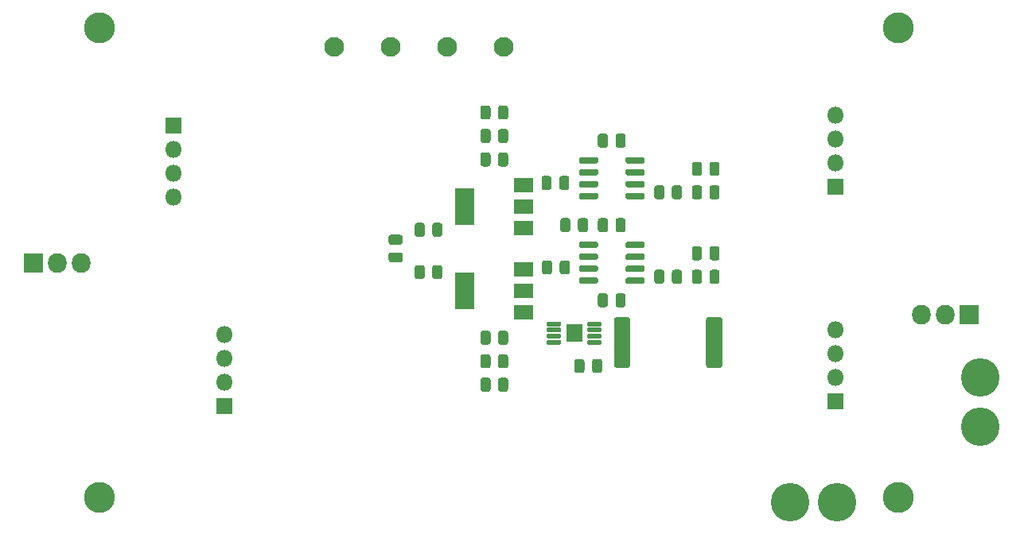
<source format=gbr>
%TF.GenerationSoftware,KiCad,Pcbnew,(5.1.6)-1*%
%TF.CreationDate,2020-11-02T11:11:50+01:00*%
%TF.ProjectId,ltz10v,6c747a31-3076-42e6-9b69-6361645f7063,rev?*%
%TF.SameCoordinates,Original*%
%TF.FileFunction,Soldermask,Bot*%
%TF.FilePolarity,Negative*%
%FSLAX46Y46*%
G04 Gerber Fmt 4.6, Leading zero omitted, Abs format (unit mm)*
G04 Created by KiCad (PCBNEW (5.1.6)-1) date 2020-11-02 11:11:50*
%MOMM*%
%LPD*%
G01*
G04 APERTURE LIST*
%ADD10C,2.098980*%
%ADD11R,1.780000X1.980000*%
%ADD12R,2.100000X1.600000*%
%ADD13R,2.100000X3.900000*%
%ADD14C,4.100500*%
%ADD15C,3.300000*%
%ADD16R,1.800000X1.800000*%
%ADD17O,1.800000X1.800000*%
%ADD18O,2.005000X2.100000*%
%ADD19R,2.005000X2.100000*%
G04 APERTURE END LIST*
%TO.C,R940*%
G36*
G01*
X176025000Y-101434849D02*
X176025000Y-96565151D01*
G75*
G02*
X176290151Y-96300000I265151J0D01*
G01*
X177509849Y-96300000D01*
G75*
G02*
X177775000Y-96565151I0J-265151D01*
G01*
X177775000Y-101434849D01*
G75*
G02*
X177509849Y-101700000I-265151J0D01*
G01*
X176290151Y-101700000D01*
G75*
G02*
X176025000Y-101434849I0J265151D01*
G01*
G37*
G36*
G01*
X166225000Y-101434849D02*
X166225000Y-96565151D01*
G75*
G02*
X166490151Y-96300000I265151J0D01*
G01*
X167709849Y-96300000D01*
G75*
G02*
X167975000Y-96565151I0J-265151D01*
G01*
X167975000Y-101434849D01*
G75*
G02*
X167709849Y-101700000I-265151J0D01*
G01*
X166490151Y-101700000D01*
G75*
G02*
X166225000Y-101434849I0J265151D01*
G01*
G37*
%TD*%
%TO.C,R942*%
G36*
G01*
X172400000Y-92481250D02*
X172400000Y-91518750D01*
G75*
G02*
X172668750Y-91250000I268750J0D01*
G01*
X173206250Y-91250000D01*
G75*
G02*
X173475000Y-91518750I0J-268750D01*
G01*
X173475000Y-92481250D01*
G75*
G02*
X173206250Y-92750000I-268750J0D01*
G01*
X172668750Y-92750000D01*
G75*
G02*
X172400000Y-92481250I0J268750D01*
G01*
G37*
G36*
G01*
X170525000Y-92481250D02*
X170525000Y-91518750D01*
G75*
G02*
X170793750Y-91250000I268750J0D01*
G01*
X171331250Y-91250000D01*
G75*
G02*
X171600000Y-91518750I0J-268750D01*
G01*
X171600000Y-92481250D01*
G75*
G02*
X171331250Y-92750000I-268750J0D01*
G01*
X170793750Y-92750000D01*
G75*
G02*
X170525000Y-92481250I0J268750D01*
G01*
G37*
%TD*%
%TO.C,R941*%
G36*
G01*
X176400000Y-92481250D02*
X176400000Y-91518750D01*
G75*
G02*
X176668750Y-91250000I268750J0D01*
G01*
X177206250Y-91250000D01*
G75*
G02*
X177475000Y-91518750I0J-268750D01*
G01*
X177475000Y-92481250D01*
G75*
G02*
X177206250Y-92750000I-268750J0D01*
G01*
X176668750Y-92750000D01*
G75*
G02*
X176400000Y-92481250I0J268750D01*
G01*
G37*
G36*
G01*
X174525000Y-92481250D02*
X174525000Y-91518750D01*
G75*
G02*
X174793750Y-91250000I268750J0D01*
G01*
X175331250Y-91250000D01*
G75*
G02*
X175600000Y-91518750I0J-268750D01*
G01*
X175600000Y-92481250D01*
G75*
G02*
X175331250Y-92750000I-268750J0D01*
G01*
X174793750Y-92750000D01*
G75*
G02*
X174525000Y-92481250I0J268750D01*
G01*
G37*
%TD*%
%TO.C,R939*%
G36*
G01*
X143481250Y-88600000D02*
X142518750Y-88600000D01*
G75*
G02*
X142250000Y-88331250I0J268750D01*
G01*
X142250000Y-87793750D01*
G75*
G02*
X142518750Y-87525000I268750J0D01*
G01*
X143481250Y-87525000D01*
G75*
G02*
X143750000Y-87793750I0J-268750D01*
G01*
X143750000Y-88331250D01*
G75*
G02*
X143481250Y-88600000I-268750J0D01*
G01*
G37*
G36*
G01*
X143481250Y-90475000D02*
X142518750Y-90475000D01*
G75*
G02*
X142250000Y-90206250I0J268750D01*
G01*
X142250000Y-89668750D01*
G75*
G02*
X142518750Y-89400000I268750J0D01*
G01*
X143481250Y-89400000D01*
G75*
G02*
X143750000Y-89668750I0J-268750D01*
G01*
X143750000Y-90206250D01*
G75*
G02*
X143481250Y-90475000I-268750J0D01*
G01*
G37*
%TD*%
%TO.C,R938*%
G36*
G01*
X163100000Y-101018750D02*
X163100000Y-101981250D01*
G75*
G02*
X162831250Y-102250000I-268750J0D01*
G01*
X162293750Y-102250000D01*
G75*
G02*
X162025000Y-101981250I0J268750D01*
G01*
X162025000Y-101018750D01*
G75*
G02*
X162293750Y-100750000I268750J0D01*
G01*
X162831250Y-100750000D01*
G75*
G02*
X163100000Y-101018750I0J-268750D01*
G01*
G37*
G36*
G01*
X164975000Y-101018750D02*
X164975000Y-101981250D01*
G75*
G02*
X164706250Y-102250000I-268750J0D01*
G01*
X164168750Y-102250000D01*
G75*
G02*
X163900000Y-101981250I0J268750D01*
G01*
X163900000Y-101018750D01*
G75*
G02*
X164168750Y-100750000I268750J0D01*
G01*
X164706250Y-100750000D01*
G75*
G02*
X164975000Y-101018750I0J-268750D01*
G01*
G37*
%TD*%
D10*
%TO.C,J12*%
X142500000Y-67500000D03*
%TD*%
%TO.C,J11*%
X136500000Y-67500000D03*
%TD*%
%TO.C,J10*%
X148500000Y-67500000D03*
%TD*%
%TO.C,J9*%
X154500000Y-67500000D03*
%TD*%
%TO.C,C33*%
G36*
G01*
X166400000Y-86981250D02*
X166400000Y-86018750D01*
G75*
G02*
X166668750Y-85750000I268750J0D01*
G01*
X167206250Y-85750000D01*
G75*
G02*
X167475000Y-86018750I0J-268750D01*
G01*
X167475000Y-86981250D01*
G75*
G02*
X167206250Y-87250000I-268750J0D01*
G01*
X166668750Y-87250000D01*
G75*
G02*
X166400000Y-86981250I0J268750D01*
G01*
G37*
G36*
G01*
X164525000Y-86981250D02*
X164525000Y-86018750D01*
G75*
G02*
X164793750Y-85750000I268750J0D01*
G01*
X165331250Y-85750000D01*
G75*
G02*
X165600000Y-86018750I0J-268750D01*
G01*
X165600000Y-86981250D01*
G75*
G02*
X165331250Y-87250000I-268750J0D01*
G01*
X164793750Y-87250000D01*
G75*
G02*
X164525000Y-86981250I0J268750D01*
G01*
G37*
%TD*%
%TO.C,C32*%
G36*
G01*
X153100000Y-103018750D02*
X153100000Y-103981250D01*
G75*
G02*
X152831250Y-104250000I-268750J0D01*
G01*
X152293750Y-104250000D01*
G75*
G02*
X152025000Y-103981250I0J268750D01*
G01*
X152025000Y-103018750D01*
G75*
G02*
X152293750Y-102750000I268750J0D01*
G01*
X152831250Y-102750000D01*
G75*
G02*
X153100000Y-103018750I0J-268750D01*
G01*
G37*
G36*
G01*
X154975000Y-103018750D02*
X154975000Y-103981250D01*
G75*
G02*
X154706250Y-104250000I-268750J0D01*
G01*
X154168750Y-104250000D01*
G75*
G02*
X153900000Y-103981250I0J268750D01*
G01*
X153900000Y-103018750D01*
G75*
G02*
X154168750Y-102750000I268750J0D01*
G01*
X154706250Y-102750000D01*
G75*
G02*
X154975000Y-103018750I0J-268750D01*
G01*
G37*
%TD*%
%TO.C,C31*%
G36*
G01*
X153100000Y-100518750D02*
X153100000Y-101481250D01*
G75*
G02*
X152831250Y-101750000I-268750J0D01*
G01*
X152293750Y-101750000D01*
G75*
G02*
X152025000Y-101481250I0J268750D01*
G01*
X152025000Y-100518750D01*
G75*
G02*
X152293750Y-100250000I268750J0D01*
G01*
X152831250Y-100250000D01*
G75*
G02*
X153100000Y-100518750I0J-268750D01*
G01*
G37*
G36*
G01*
X154975000Y-100518750D02*
X154975000Y-101481250D01*
G75*
G02*
X154706250Y-101750000I-268750J0D01*
G01*
X154168750Y-101750000D01*
G75*
G02*
X153900000Y-101481250I0J268750D01*
G01*
X153900000Y-100518750D01*
G75*
G02*
X154168750Y-100250000I268750J0D01*
G01*
X154706250Y-100250000D01*
G75*
G02*
X154975000Y-100518750I0J-268750D01*
G01*
G37*
%TD*%
%TO.C,C30*%
G36*
G01*
X176400000Y-89981250D02*
X176400000Y-89018750D01*
G75*
G02*
X176668750Y-88750000I268750J0D01*
G01*
X177206250Y-88750000D01*
G75*
G02*
X177475000Y-89018750I0J-268750D01*
G01*
X177475000Y-89981250D01*
G75*
G02*
X177206250Y-90250000I-268750J0D01*
G01*
X176668750Y-90250000D01*
G75*
G02*
X176400000Y-89981250I0J268750D01*
G01*
G37*
G36*
G01*
X174525000Y-89981250D02*
X174525000Y-89018750D01*
G75*
G02*
X174793750Y-88750000I268750J0D01*
G01*
X175331250Y-88750000D01*
G75*
G02*
X175600000Y-89018750I0J-268750D01*
G01*
X175600000Y-89981250D01*
G75*
G02*
X175331250Y-90250000I-268750J0D01*
G01*
X174793750Y-90250000D01*
G75*
G02*
X174525000Y-89981250I0J268750D01*
G01*
G37*
%TD*%
%TO.C,C29*%
G36*
G01*
X166400000Y-94981250D02*
X166400000Y-94018750D01*
G75*
G02*
X166668750Y-93750000I268750J0D01*
G01*
X167206250Y-93750000D01*
G75*
G02*
X167475000Y-94018750I0J-268750D01*
G01*
X167475000Y-94981250D01*
G75*
G02*
X167206250Y-95250000I-268750J0D01*
G01*
X166668750Y-95250000D01*
G75*
G02*
X166400000Y-94981250I0J268750D01*
G01*
G37*
G36*
G01*
X164525000Y-94981250D02*
X164525000Y-94018750D01*
G75*
G02*
X164793750Y-93750000I268750J0D01*
G01*
X165331250Y-93750000D01*
G75*
G02*
X165600000Y-94018750I0J-268750D01*
G01*
X165600000Y-94981250D01*
G75*
G02*
X165331250Y-95250000I-268750J0D01*
G01*
X164793750Y-95250000D01*
G75*
G02*
X164525000Y-94981250I0J268750D01*
G01*
G37*
%TD*%
%TO.C,C28*%
G36*
G01*
X162400000Y-86981250D02*
X162400000Y-86018750D01*
G75*
G02*
X162668750Y-85750000I268750J0D01*
G01*
X163206250Y-85750000D01*
G75*
G02*
X163475000Y-86018750I0J-268750D01*
G01*
X163475000Y-86981250D01*
G75*
G02*
X163206250Y-87250000I-268750J0D01*
G01*
X162668750Y-87250000D01*
G75*
G02*
X162400000Y-86981250I0J268750D01*
G01*
G37*
G36*
G01*
X160525000Y-86981250D02*
X160525000Y-86018750D01*
G75*
G02*
X160793750Y-85750000I268750J0D01*
G01*
X161331250Y-85750000D01*
G75*
G02*
X161600000Y-86018750I0J-268750D01*
G01*
X161600000Y-86981250D01*
G75*
G02*
X161331250Y-87250000I-268750J0D01*
G01*
X160793750Y-87250000D01*
G75*
G02*
X160525000Y-86981250I0J268750D01*
G01*
G37*
%TD*%
%TO.C,C27*%
G36*
G01*
X153100000Y-74018750D02*
X153100000Y-74981250D01*
G75*
G02*
X152831250Y-75250000I-268750J0D01*
G01*
X152293750Y-75250000D01*
G75*
G02*
X152025000Y-74981250I0J268750D01*
G01*
X152025000Y-74018750D01*
G75*
G02*
X152293750Y-73750000I268750J0D01*
G01*
X152831250Y-73750000D01*
G75*
G02*
X153100000Y-74018750I0J-268750D01*
G01*
G37*
G36*
G01*
X154975000Y-74018750D02*
X154975000Y-74981250D01*
G75*
G02*
X154706250Y-75250000I-268750J0D01*
G01*
X154168750Y-75250000D01*
G75*
G02*
X153900000Y-74981250I0J268750D01*
G01*
X153900000Y-74018750D01*
G75*
G02*
X154168750Y-73750000I268750J0D01*
G01*
X154706250Y-73750000D01*
G75*
G02*
X154975000Y-74018750I0J-268750D01*
G01*
G37*
%TD*%
%TO.C,C26*%
G36*
G01*
X153100000Y-76518750D02*
X153100000Y-77481250D01*
G75*
G02*
X152831250Y-77750000I-268750J0D01*
G01*
X152293750Y-77750000D01*
G75*
G02*
X152025000Y-77481250I0J268750D01*
G01*
X152025000Y-76518750D01*
G75*
G02*
X152293750Y-76250000I268750J0D01*
G01*
X152831250Y-76250000D01*
G75*
G02*
X153100000Y-76518750I0J-268750D01*
G01*
G37*
G36*
G01*
X154975000Y-76518750D02*
X154975000Y-77481250D01*
G75*
G02*
X154706250Y-77750000I-268750J0D01*
G01*
X154168750Y-77750000D01*
G75*
G02*
X153900000Y-77481250I0J268750D01*
G01*
X153900000Y-76518750D01*
G75*
G02*
X154168750Y-76250000I268750J0D01*
G01*
X154706250Y-76250000D01*
G75*
G02*
X154975000Y-76518750I0J-268750D01*
G01*
G37*
%TD*%
%TO.C,C25*%
G36*
G01*
X166400000Y-77981250D02*
X166400000Y-77018750D01*
G75*
G02*
X166668750Y-76750000I268750J0D01*
G01*
X167206250Y-76750000D01*
G75*
G02*
X167475000Y-77018750I0J-268750D01*
G01*
X167475000Y-77981250D01*
G75*
G02*
X167206250Y-78250000I-268750J0D01*
G01*
X166668750Y-78250000D01*
G75*
G02*
X166400000Y-77981250I0J268750D01*
G01*
G37*
G36*
G01*
X164525000Y-77981250D02*
X164525000Y-77018750D01*
G75*
G02*
X164793750Y-76750000I268750J0D01*
G01*
X165331250Y-76750000D01*
G75*
G02*
X165600000Y-77018750I0J-268750D01*
G01*
X165600000Y-77981250D01*
G75*
G02*
X165331250Y-78250000I-268750J0D01*
G01*
X164793750Y-78250000D01*
G75*
G02*
X164525000Y-77981250I0J268750D01*
G01*
G37*
%TD*%
D11*
%TO.C,RN1*%
X162000000Y-98000000D03*
G36*
G01*
X163375000Y-99100000D02*
X163375000Y-98850000D01*
G75*
G02*
X163500000Y-98725000I125000J0D01*
G01*
X164800000Y-98725000D01*
G75*
G02*
X164925000Y-98850000I0J-125000D01*
G01*
X164925000Y-99100000D01*
G75*
G02*
X164800000Y-99225000I-125000J0D01*
G01*
X163500000Y-99225000D01*
G75*
G02*
X163375000Y-99100000I0J125000D01*
G01*
G37*
G36*
G01*
X163375000Y-98450000D02*
X163375000Y-98200000D01*
G75*
G02*
X163500000Y-98075000I125000J0D01*
G01*
X164800000Y-98075000D01*
G75*
G02*
X164925000Y-98200000I0J-125000D01*
G01*
X164925000Y-98450000D01*
G75*
G02*
X164800000Y-98575000I-125000J0D01*
G01*
X163500000Y-98575000D01*
G75*
G02*
X163375000Y-98450000I0J125000D01*
G01*
G37*
G36*
G01*
X163375000Y-97800000D02*
X163375000Y-97550000D01*
G75*
G02*
X163500000Y-97425000I125000J0D01*
G01*
X164800000Y-97425000D01*
G75*
G02*
X164925000Y-97550000I0J-125000D01*
G01*
X164925000Y-97800000D01*
G75*
G02*
X164800000Y-97925000I-125000J0D01*
G01*
X163500000Y-97925000D01*
G75*
G02*
X163375000Y-97800000I0J125000D01*
G01*
G37*
G36*
G01*
X163375000Y-97150000D02*
X163375000Y-96900000D01*
G75*
G02*
X163500000Y-96775000I125000J0D01*
G01*
X164800000Y-96775000D01*
G75*
G02*
X164925000Y-96900000I0J-125000D01*
G01*
X164925000Y-97150000D01*
G75*
G02*
X164800000Y-97275000I-125000J0D01*
G01*
X163500000Y-97275000D01*
G75*
G02*
X163375000Y-97150000I0J125000D01*
G01*
G37*
G36*
G01*
X159075000Y-97150000D02*
X159075000Y-96900000D01*
G75*
G02*
X159200000Y-96775000I125000J0D01*
G01*
X160500000Y-96775000D01*
G75*
G02*
X160625000Y-96900000I0J-125000D01*
G01*
X160625000Y-97150000D01*
G75*
G02*
X160500000Y-97275000I-125000J0D01*
G01*
X159200000Y-97275000D01*
G75*
G02*
X159075000Y-97150000I0J125000D01*
G01*
G37*
G36*
G01*
X159075000Y-97800000D02*
X159075000Y-97550000D01*
G75*
G02*
X159200000Y-97425000I125000J0D01*
G01*
X160500000Y-97425000D01*
G75*
G02*
X160625000Y-97550000I0J-125000D01*
G01*
X160625000Y-97800000D01*
G75*
G02*
X160500000Y-97925000I-125000J0D01*
G01*
X159200000Y-97925000D01*
G75*
G02*
X159075000Y-97800000I0J125000D01*
G01*
G37*
G36*
G01*
X159075000Y-98450000D02*
X159075000Y-98200000D01*
G75*
G02*
X159200000Y-98075000I125000J0D01*
G01*
X160500000Y-98075000D01*
G75*
G02*
X160625000Y-98200000I0J-125000D01*
G01*
X160625000Y-98450000D01*
G75*
G02*
X160500000Y-98575000I-125000J0D01*
G01*
X159200000Y-98575000D01*
G75*
G02*
X159075000Y-98450000I0J125000D01*
G01*
G37*
G36*
G01*
X159075000Y-99100000D02*
X159075000Y-98850000D01*
G75*
G02*
X159200000Y-98725000I125000J0D01*
G01*
X160500000Y-98725000D01*
G75*
G02*
X160625000Y-98850000I0J-125000D01*
G01*
X160625000Y-99100000D01*
G75*
G02*
X160500000Y-99225000I-125000J0D01*
G01*
X159200000Y-99225000D01*
G75*
G02*
X159075000Y-99100000I0J125000D01*
G01*
G37*
%TD*%
%TO.C,R935*%
G36*
G01*
X153900000Y-98981250D02*
X153900000Y-98018750D01*
G75*
G02*
X154168750Y-97750000I268750J0D01*
G01*
X154706250Y-97750000D01*
G75*
G02*
X154975000Y-98018750I0J-268750D01*
G01*
X154975000Y-98981250D01*
G75*
G02*
X154706250Y-99250000I-268750J0D01*
G01*
X154168750Y-99250000D01*
G75*
G02*
X153900000Y-98981250I0J268750D01*
G01*
G37*
G36*
G01*
X152025000Y-98981250D02*
X152025000Y-98018750D01*
G75*
G02*
X152293750Y-97750000I268750J0D01*
G01*
X152831250Y-97750000D01*
G75*
G02*
X153100000Y-98018750I0J-268750D01*
G01*
X153100000Y-98981250D01*
G75*
G02*
X152831250Y-99250000I-268750J0D01*
G01*
X152293750Y-99250000D01*
G75*
G02*
X152025000Y-98981250I0J268750D01*
G01*
G37*
%TD*%
%TO.C,R934*%
G36*
G01*
X160462500Y-91481250D02*
X160462500Y-90518750D01*
G75*
G02*
X160731250Y-90250000I268750J0D01*
G01*
X161268750Y-90250000D01*
G75*
G02*
X161537500Y-90518750I0J-268750D01*
G01*
X161537500Y-91481250D01*
G75*
G02*
X161268750Y-91750000I-268750J0D01*
G01*
X160731250Y-91750000D01*
G75*
G02*
X160462500Y-91481250I0J268750D01*
G01*
G37*
G36*
G01*
X158587500Y-91481250D02*
X158587500Y-90518750D01*
G75*
G02*
X158856250Y-90250000I268750J0D01*
G01*
X159393750Y-90250000D01*
G75*
G02*
X159662500Y-90518750I0J-268750D01*
G01*
X159662500Y-91481250D01*
G75*
G02*
X159393750Y-91750000I-268750J0D01*
G01*
X158856250Y-91750000D01*
G75*
G02*
X158587500Y-91481250I0J268750D01*
G01*
G37*
%TD*%
%TO.C,R933*%
G36*
G01*
X146100000Y-91018750D02*
X146100000Y-91981250D01*
G75*
G02*
X145831250Y-92250000I-268750J0D01*
G01*
X145293750Y-92250000D01*
G75*
G02*
X145025000Y-91981250I0J268750D01*
G01*
X145025000Y-91018750D01*
G75*
G02*
X145293750Y-90750000I268750J0D01*
G01*
X145831250Y-90750000D01*
G75*
G02*
X146100000Y-91018750I0J-268750D01*
G01*
G37*
G36*
G01*
X147975000Y-91018750D02*
X147975000Y-91981250D01*
G75*
G02*
X147706250Y-92250000I-268750J0D01*
G01*
X147168750Y-92250000D01*
G75*
G02*
X146900000Y-91981250I0J268750D01*
G01*
X146900000Y-91018750D01*
G75*
G02*
X147168750Y-90750000I268750J0D01*
G01*
X147706250Y-90750000D01*
G75*
G02*
X147975000Y-91018750I0J-268750D01*
G01*
G37*
%TD*%
%TO.C,R932*%
G36*
G01*
X146900000Y-87481250D02*
X146900000Y-86518750D01*
G75*
G02*
X147168750Y-86250000I268750J0D01*
G01*
X147706250Y-86250000D01*
G75*
G02*
X147975000Y-86518750I0J-268750D01*
G01*
X147975000Y-87481250D01*
G75*
G02*
X147706250Y-87750000I-268750J0D01*
G01*
X147168750Y-87750000D01*
G75*
G02*
X146900000Y-87481250I0J268750D01*
G01*
G37*
G36*
G01*
X145025000Y-87481250D02*
X145025000Y-86518750D01*
G75*
G02*
X145293750Y-86250000I268750J0D01*
G01*
X145831250Y-86250000D01*
G75*
G02*
X146100000Y-86518750I0J-268750D01*
G01*
X146100000Y-87481250D01*
G75*
G02*
X145831250Y-87750000I-268750J0D01*
G01*
X145293750Y-87750000D01*
G75*
G02*
X145025000Y-87481250I0J268750D01*
G01*
G37*
%TD*%
%TO.C,R931*%
G36*
G01*
X160400000Y-82481250D02*
X160400000Y-81518750D01*
G75*
G02*
X160668750Y-81250000I268750J0D01*
G01*
X161206250Y-81250000D01*
G75*
G02*
X161475000Y-81518750I0J-268750D01*
G01*
X161475000Y-82481250D01*
G75*
G02*
X161206250Y-82750000I-268750J0D01*
G01*
X160668750Y-82750000D01*
G75*
G02*
X160400000Y-82481250I0J268750D01*
G01*
G37*
G36*
G01*
X158525000Y-82481250D02*
X158525000Y-81518750D01*
G75*
G02*
X158793750Y-81250000I268750J0D01*
G01*
X159331250Y-81250000D01*
G75*
G02*
X159600000Y-81518750I0J-268750D01*
G01*
X159600000Y-82481250D01*
G75*
G02*
X159331250Y-82750000I-268750J0D01*
G01*
X158793750Y-82750000D01*
G75*
G02*
X158525000Y-82481250I0J268750D01*
G01*
G37*
%TD*%
%TO.C,R930*%
G36*
G01*
X172400000Y-83481250D02*
X172400000Y-82518750D01*
G75*
G02*
X172668750Y-82250000I268750J0D01*
G01*
X173206250Y-82250000D01*
G75*
G02*
X173475000Y-82518750I0J-268750D01*
G01*
X173475000Y-83481250D01*
G75*
G02*
X173206250Y-83750000I-268750J0D01*
G01*
X172668750Y-83750000D01*
G75*
G02*
X172400000Y-83481250I0J268750D01*
G01*
G37*
G36*
G01*
X170525000Y-83481250D02*
X170525000Y-82518750D01*
G75*
G02*
X170793750Y-82250000I268750J0D01*
G01*
X171331250Y-82250000D01*
G75*
G02*
X171600000Y-82518750I0J-268750D01*
G01*
X171600000Y-83481250D01*
G75*
G02*
X171331250Y-83750000I-268750J0D01*
G01*
X170793750Y-83750000D01*
G75*
G02*
X170525000Y-83481250I0J268750D01*
G01*
G37*
%TD*%
%TO.C,R929*%
G36*
G01*
X176400000Y-83481250D02*
X176400000Y-82518750D01*
G75*
G02*
X176668750Y-82250000I268750J0D01*
G01*
X177206250Y-82250000D01*
G75*
G02*
X177475000Y-82518750I0J-268750D01*
G01*
X177475000Y-83481250D01*
G75*
G02*
X177206250Y-83750000I-268750J0D01*
G01*
X176668750Y-83750000D01*
G75*
G02*
X176400000Y-83481250I0J268750D01*
G01*
G37*
G36*
G01*
X174525000Y-83481250D02*
X174525000Y-82518750D01*
G75*
G02*
X174793750Y-82250000I268750J0D01*
G01*
X175331250Y-82250000D01*
G75*
G02*
X175600000Y-82518750I0J-268750D01*
G01*
X175600000Y-83481250D01*
G75*
G02*
X175331250Y-83750000I-268750J0D01*
G01*
X174793750Y-83750000D01*
G75*
G02*
X174525000Y-83481250I0J268750D01*
G01*
G37*
%TD*%
%TO.C,R928*%
G36*
G01*
X153900000Y-79981250D02*
X153900000Y-79018750D01*
G75*
G02*
X154168750Y-78750000I268750J0D01*
G01*
X154706250Y-78750000D01*
G75*
G02*
X154975000Y-79018750I0J-268750D01*
G01*
X154975000Y-79981250D01*
G75*
G02*
X154706250Y-80250000I-268750J0D01*
G01*
X154168750Y-80250000D01*
G75*
G02*
X153900000Y-79981250I0J268750D01*
G01*
G37*
G36*
G01*
X152025000Y-79981250D02*
X152025000Y-79018750D01*
G75*
G02*
X152293750Y-78750000I268750J0D01*
G01*
X152831250Y-78750000D01*
G75*
G02*
X153100000Y-79018750I0J-268750D01*
G01*
X153100000Y-79981250D01*
G75*
G02*
X152831250Y-80250000I-268750J0D01*
G01*
X152293750Y-80250000D01*
G75*
G02*
X152025000Y-79981250I0J268750D01*
G01*
G37*
%TD*%
D12*
%TO.C,Q5*%
X156650000Y-91200000D03*
X156650000Y-95800000D03*
X156650000Y-93500000D03*
D13*
X150350000Y-93500000D03*
%TD*%
D12*
%TO.C,Q4*%
X156650000Y-82200000D03*
X156650000Y-86800000D03*
X156650000Y-84500000D03*
D13*
X150350000Y-84500000D03*
%TD*%
%TO.C,C19*%
G36*
G01*
X176400000Y-80981250D02*
X176400000Y-80018750D01*
G75*
G02*
X176668750Y-79750000I268750J0D01*
G01*
X177206250Y-79750000D01*
G75*
G02*
X177475000Y-80018750I0J-268750D01*
G01*
X177475000Y-80981250D01*
G75*
G02*
X177206250Y-81250000I-268750J0D01*
G01*
X176668750Y-81250000D01*
G75*
G02*
X176400000Y-80981250I0J268750D01*
G01*
G37*
G36*
G01*
X174525000Y-80981250D02*
X174525000Y-80018750D01*
G75*
G02*
X174793750Y-79750000I268750J0D01*
G01*
X175331250Y-79750000D01*
G75*
G02*
X175600000Y-80018750I0J-268750D01*
G01*
X175600000Y-80981250D01*
G75*
G02*
X175331250Y-81250000I-268750J0D01*
G01*
X174793750Y-81250000D01*
G75*
G02*
X174525000Y-80981250I0J268750D01*
G01*
G37*
%TD*%
D14*
%TO.C,J8*%
X185000000Y-116000000D03*
%TD*%
%TO.C,J3*%
X190000000Y-116000000D03*
%TD*%
%TO.C,U2*%
G36*
G01*
X164550000Y-88420000D02*
X164550000Y-88770000D01*
G75*
G02*
X164375000Y-88945000I-175000J0D01*
G01*
X162675000Y-88945000D01*
G75*
G02*
X162500000Y-88770000I0J175000D01*
G01*
X162500000Y-88420000D01*
G75*
G02*
X162675000Y-88245000I175000J0D01*
G01*
X164375000Y-88245000D01*
G75*
G02*
X164550000Y-88420000I0J-175000D01*
G01*
G37*
G36*
G01*
X164550000Y-89690000D02*
X164550000Y-90040000D01*
G75*
G02*
X164375000Y-90215000I-175000J0D01*
G01*
X162675000Y-90215000D01*
G75*
G02*
X162500000Y-90040000I0J175000D01*
G01*
X162500000Y-89690000D01*
G75*
G02*
X162675000Y-89515000I175000J0D01*
G01*
X164375000Y-89515000D01*
G75*
G02*
X164550000Y-89690000I0J-175000D01*
G01*
G37*
G36*
G01*
X164550000Y-90960000D02*
X164550000Y-91310000D01*
G75*
G02*
X164375000Y-91485000I-175000J0D01*
G01*
X162675000Y-91485000D01*
G75*
G02*
X162500000Y-91310000I0J175000D01*
G01*
X162500000Y-90960000D01*
G75*
G02*
X162675000Y-90785000I175000J0D01*
G01*
X164375000Y-90785000D01*
G75*
G02*
X164550000Y-90960000I0J-175000D01*
G01*
G37*
G36*
G01*
X164550000Y-92230000D02*
X164550000Y-92580000D01*
G75*
G02*
X164375000Y-92755000I-175000J0D01*
G01*
X162675000Y-92755000D01*
G75*
G02*
X162500000Y-92580000I0J175000D01*
G01*
X162500000Y-92230000D01*
G75*
G02*
X162675000Y-92055000I175000J0D01*
G01*
X164375000Y-92055000D01*
G75*
G02*
X164550000Y-92230000I0J-175000D01*
G01*
G37*
G36*
G01*
X169500000Y-92230000D02*
X169500000Y-92580000D01*
G75*
G02*
X169325000Y-92755000I-175000J0D01*
G01*
X167625000Y-92755000D01*
G75*
G02*
X167450000Y-92580000I0J175000D01*
G01*
X167450000Y-92230000D01*
G75*
G02*
X167625000Y-92055000I175000J0D01*
G01*
X169325000Y-92055000D01*
G75*
G02*
X169500000Y-92230000I0J-175000D01*
G01*
G37*
G36*
G01*
X169500000Y-90960000D02*
X169500000Y-91310000D01*
G75*
G02*
X169325000Y-91485000I-175000J0D01*
G01*
X167625000Y-91485000D01*
G75*
G02*
X167450000Y-91310000I0J175000D01*
G01*
X167450000Y-90960000D01*
G75*
G02*
X167625000Y-90785000I175000J0D01*
G01*
X169325000Y-90785000D01*
G75*
G02*
X169500000Y-90960000I0J-175000D01*
G01*
G37*
G36*
G01*
X169500000Y-89690000D02*
X169500000Y-90040000D01*
G75*
G02*
X169325000Y-90215000I-175000J0D01*
G01*
X167625000Y-90215000D01*
G75*
G02*
X167450000Y-90040000I0J175000D01*
G01*
X167450000Y-89690000D01*
G75*
G02*
X167625000Y-89515000I175000J0D01*
G01*
X169325000Y-89515000D01*
G75*
G02*
X169500000Y-89690000I0J-175000D01*
G01*
G37*
G36*
G01*
X169500000Y-88420000D02*
X169500000Y-88770000D01*
G75*
G02*
X169325000Y-88945000I-175000J0D01*
G01*
X167625000Y-88945000D01*
G75*
G02*
X167450000Y-88770000I0J175000D01*
G01*
X167450000Y-88420000D01*
G75*
G02*
X167625000Y-88245000I175000J0D01*
G01*
X169325000Y-88245000D01*
G75*
G02*
X169500000Y-88420000I0J-175000D01*
G01*
G37*
%TD*%
%TO.C,U1*%
G36*
G01*
X164550000Y-79420000D02*
X164550000Y-79770000D01*
G75*
G02*
X164375000Y-79945000I-175000J0D01*
G01*
X162675000Y-79945000D01*
G75*
G02*
X162500000Y-79770000I0J175000D01*
G01*
X162500000Y-79420000D01*
G75*
G02*
X162675000Y-79245000I175000J0D01*
G01*
X164375000Y-79245000D01*
G75*
G02*
X164550000Y-79420000I0J-175000D01*
G01*
G37*
G36*
G01*
X164550000Y-80690000D02*
X164550000Y-81040000D01*
G75*
G02*
X164375000Y-81215000I-175000J0D01*
G01*
X162675000Y-81215000D01*
G75*
G02*
X162500000Y-81040000I0J175000D01*
G01*
X162500000Y-80690000D01*
G75*
G02*
X162675000Y-80515000I175000J0D01*
G01*
X164375000Y-80515000D01*
G75*
G02*
X164550000Y-80690000I0J-175000D01*
G01*
G37*
G36*
G01*
X164550000Y-81960000D02*
X164550000Y-82310000D01*
G75*
G02*
X164375000Y-82485000I-175000J0D01*
G01*
X162675000Y-82485000D01*
G75*
G02*
X162500000Y-82310000I0J175000D01*
G01*
X162500000Y-81960000D01*
G75*
G02*
X162675000Y-81785000I175000J0D01*
G01*
X164375000Y-81785000D01*
G75*
G02*
X164550000Y-81960000I0J-175000D01*
G01*
G37*
G36*
G01*
X164550000Y-83230000D02*
X164550000Y-83580000D01*
G75*
G02*
X164375000Y-83755000I-175000J0D01*
G01*
X162675000Y-83755000D01*
G75*
G02*
X162500000Y-83580000I0J175000D01*
G01*
X162500000Y-83230000D01*
G75*
G02*
X162675000Y-83055000I175000J0D01*
G01*
X164375000Y-83055000D01*
G75*
G02*
X164550000Y-83230000I0J-175000D01*
G01*
G37*
G36*
G01*
X169500000Y-83230000D02*
X169500000Y-83580000D01*
G75*
G02*
X169325000Y-83755000I-175000J0D01*
G01*
X167625000Y-83755000D01*
G75*
G02*
X167450000Y-83580000I0J175000D01*
G01*
X167450000Y-83230000D01*
G75*
G02*
X167625000Y-83055000I175000J0D01*
G01*
X169325000Y-83055000D01*
G75*
G02*
X169500000Y-83230000I0J-175000D01*
G01*
G37*
G36*
G01*
X169500000Y-81960000D02*
X169500000Y-82310000D01*
G75*
G02*
X169325000Y-82485000I-175000J0D01*
G01*
X167625000Y-82485000D01*
G75*
G02*
X167450000Y-82310000I0J175000D01*
G01*
X167450000Y-81960000D01*
G75*
G02*
X167625000Y-81785000I175000J0D01*
G01*
X169325000Y-81785000D01*
G75*
G02*
X169500000Y-81960000I0J-175000D01*
G01*
G37*
G36*
G01*
X169500000Y-80690000D02*
X169500000Y-81040000D01*
G75*
G02*
X169325000Y-81215000I-175000J0D01*
G01*
X167625000Y-81215000D01*
G75*
G02*
X167450000Y-81040000I0J175000D01*
G01*
X167450000Y-80690000D01*
G75*
G02*
X167625000Y-80515000I175000J0D01*
G01*
X169325000Y-80515000D01*
G75*
G02*
X169500000Y-80690000I0J-175000D01*
G01*
G37*
G36*
G01*
X169500000Y-79420000D02*
X169500000Y-79770000D01*
G75*
G02*
X169325000Y-79945000I-175000J0D01*
G01*
X167625000Y-79945000D01*
G75*
G02*
X167450000Y-79770000I0J175000D01*
G01*
X167450000Y-79420000D01*
G75*
G02*
X167625000Y-79245000I175000J0D01*
G01*
X169325000Y-79245000D01*
G75*
G02*
X169500000Y-79420000I0J-175000D01*
G01*
G37*
%TD*%
D15*
%TO.C,H4*%
X196500000Y-115500000D03*
%TD*%
%TO.C,H3*%
X111500000Y-115500000D03*
%TD*%
%TO.C,H2*%
X196500000Y-65500000D03*
%TD*%
%TO.C,H1*%
X111500000Y-65500000D03*
%TD*%
D16*
%TO.C,J1*%
X189819000Y-82369500D03*
D17*
X189819000Y-79829500D03*
X189819000Y-77289500D03*
X189819000Y-74749500D03*
%TD*%
D18*
%TO.C,Q3*%
X109580000Y-90500000D03*
X107040000Y-90500000D03*
D19*
X104500000Y-90500000D03*
%TD*%
D14*
%TO.C,J6*%
X205250000Y-108000000D03*
%TD*%
%TO.C,J7*%
X205250000Y-102750000D03*
%TD*%
D17*
%TO.C,J4*%
X119397500Y-83512500D03*
X119397500Y-80972500D03*
X119397500Y-78432500D03*
D16*
X119397500Y-75892500D03*
%TD*%
D18*
%TO.C,Q1*%
X198920000Y-96000000D03*
X201460000Y-96000000D03*
D19*
X204000000Y-96000000D03*
%TD*%
D17*
%TO.C,J5*%
X124795000Y-98117500D03*
X124795000Y-100657500D03*
X124795000Y-103197500D03*
D16*
X124795000Y-105737500D03*
%TD*%
D17*
%TO.C,J2*%
X189819000Y-97609500D03*
X189819000Y-100149500D03*
X189819000Y-102689500D03*
D16*
X189819000Y-105229500D03*
%TD*%
M02*

</source>
